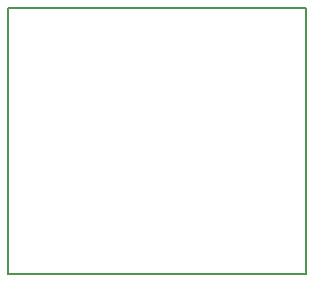
<source format=gbr>
G04 DipTrace 3.0.0.2*
G04 BoardOutline.gbr*
%MOIN*%
G04 #@! TF.FileFunction,Profile*
G04 #@! TF.Part,Single*
%ADD11C,0.005512*%
%FSLAX26Y26*%
G04*
G70*
G90*
G75*
G01*
G04 BoardOutline*
%LPD*%
X394016Y1283780D2*
D11*
X1386142D1*
Y394016D1*
X394016D1*
Y1283780D1*
M02*

</source>
